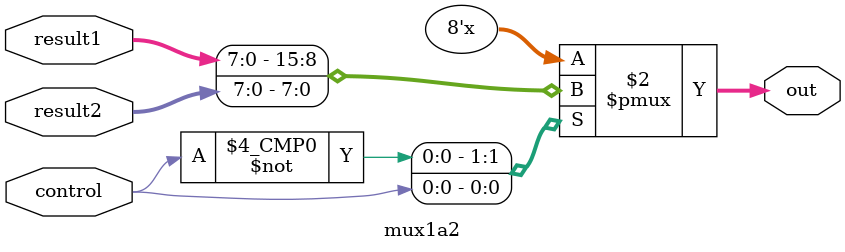
<source format=sv>
module mux1a2 #(parameter N = 8)
		(input logic[N-1:0] result1, result2,
		input logic control,
		output logic[N-1:0] out);
	
	always_comb
		case(control)
			1'b0 : out = result1;
			1'b1 : out = result2;
			default : out = 'z;
		endcase
		
endmodule 
</source>
